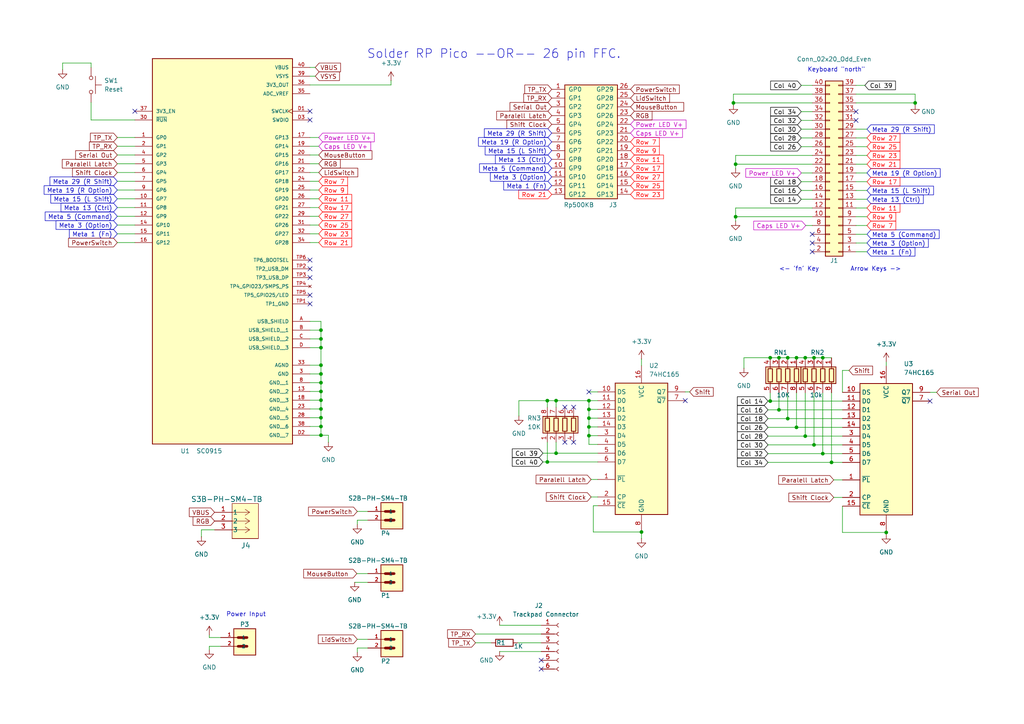
<source format=kicad_sch>
(kicad_sch (version 20231120) (generator "eeschema") (generator_version "8.0")
  (paper "A4")
  (lib_symbols
    (symbol "74xx:74HC165"
      (property "Reference" "U" (at -7.62 19.05 0))
      (property "Value" "74HC165" (at -7.62 -21.59 0))
      (symbol "74HC165_1_0"
        (pin input line (at -12.7 -10.16 0) (length 5.08) (name "~{PL}") (number "1"))
        (pin input line (at -12.7 15.24 0) (length 5.08) (name "DS") (number "10"))
        (pin input line (at -12.7 12.7 0) (length 5.08) (name "D0") (number "11"))
        (pin input line (at -12.7 10.16 0) (length 5.08) (name "D1") (number "12"))
        (pin input line (at -12.7 7.62 0) (length 5.08) (name "D2") (number "13"))
        (pin input line (at -12.7 5.08 0) (length 5.08) (name "D3") (number "14"))
        (pin input line (at -12.7 -17.78 0) (length 5.08) (name "~{CE}") (number "15"))
        (pin power_in line (at 0 22.86 270) (length 5.08) (name "VCC") (number "16"))
        (pin input line (at -12.7 -15.24 0) (length 5.08) (name "CP") (number "2"))
        (pin input line (at -12.7 2.54 0) (length 5.08) (name "D4") (number "3"))
        (pin input line (at -12.7 0 0) (length 5.08) (name "D5") (number "4"))
        (pin input line (at -12.7 -2.54 0) (length 5.08) (name "D6") (number "5"))
        (pin input line (at -12.7 -5.08 0) (length 5.08) (name "D7") (number "6"))
        (pin output line (at 12.7 12.7 180) (length 5.08) (name "~{Q7}") (number "7"))
        (pin power_in line (at 0 -25.4 90) (length 5.08) (name "GND") (number "8"))
        (pin output line (at 12.7 15.24 180) (length 5.08) (name "Q7") (number "9"))
      )
    )
    (symbol "Aaron:S2B-PH-SM4-TB" (pin_names (offset 1.016))
      (property "Reference" "P" (at -1.2718 3.8155 0))
      (property "Value" "S2B-PH-SM4-TB" (at -1.271 -5.0839 0))
      (symbol "S2B-PH-SM4-TB_0_0"
        (pin passive line (at -5.08 1.27 0) (length 5.08) (name "1") (number "1"))
        (pin passive line (at -5.08 -1.27 0) (length 5.08) (name "2") (number "2"))
      )
    )
    (symbol "Aaron:S3B-PH-SM4-TB" (pin_names (offset 0.254))
      (property "Reference" "J4" (at 7.62 -9.652 0))
      (property "Value" "S3B-PH-SM4-TB" (at -6.858 3.81 0))
      (symbol "S3B-PH-SM4-TB_1_1"
        (pin unspecified line (at 0 0 0) (length 5.08) (name "1") (number "1"))
        (pin unspecified line (at 0 -2.54 0) (length 5.08) (name "2") (number "2"))
        (pin unspecified line (at 0 -5.08 0) (length 5.08) (name "3") (number "3"))
      )
      (symbol "S3B-PH-SM4-TB_1_2"
        (pin unspecified line (at 0 0 0) (length 5.08) (name "1") (number "1"))
        (pin unspecified line (at 0 -2.54 0) (length 5.08) (name "2") (number "2"))
        (pin unspecified line (at 0 -5.08 0) (length 5.08) (name "3") (number "3"))
      )
    )
    (symbol "Connector:Conn_01x06_Socket" (pin_names (offset 1.016) hide)
      (property "Reference" "J" (at 0 7.62 0))
      (property "Value" "Conn_01x06_Socket" (at 0 -10.16 0))
      (symbol "Conn_01x06_Socket_1_1"
        (pin passive line (at -5.08 5.08 0) (length 3.81) (name "Pin_1") (number "1"))
        (pin passive line (at -5.08 2.54 0) (length 3.81) (name "Pin_2") (number "2"))
        (pin passive line (at -5.08 0 0) (length 3.81) (name "Pin_3") (number "3"))
        (pin passive line (at -5.08 -2.54 0) (length 3.81) (name "Pin_4") (number "4"))
        (pin passive line (at -5.08 -5.08 0) (length 3.81) (name "Pin_5") (number "5"))
        (pin passive line (at -5.08 -7.62 0) (length 3.81) (name "Pin_6") (number "6"))
      )
    )
    (symbol "Connector_Generic:Conn_02x13_Counter_Clockwise" (pin_names (offset 1.016))
      (property "Reference" "J3" (at 0.762 -18.542 0))
      (property "Value" "Rp500KB" (at 0.254 18.796 0))
      (symbol "Conn_02x13_Counter_Clockwise_1_1"
        (pin passive line (at -11.43 15.24 0) (length 3.81) (name "GP0") (number "1"))
        (pin passive line (at -11.43 -7.62 0) (length 3.81) (name "GP9") (number "10"))
        (pin passive line (at -11.43 -10.16 0) (length 3.81) (name "GP10") (number "11"))
        (pin passive line (at -11.43 -12.7 0) (length 3.81) (name "GP11") (number "12"))
        (pin passive line (at -11.43 -15.24 0) (length 3.81) (name "GP12") (number "13"))
        (pin passive line (at 11.43 -15.24 180) (length 3.81) (name "GP13") (number "14"))
        (pin passive line (at 11.43 -12.7 180) (length 3.81) (name "GP14") (number "15"))
        (pin passive line (at 11.43 -10.16 180) (length 3.81) (name "GP15") (number "16"))
        (pin passive line (at 11.43 -7.62 180) (length 3.81) (name "GP18") (number "17"))
        (pin passive line (at 11.43 -5.08 180) (length 3.81) (name "GP20") (number "18"))
        (pin passive line (at 11.43 -2.54 180) (length 3.81) (name "GP21") (number "19"))
        (pin passive line (at -11.43 12.7 0) (length 3.81) (name "GP1") (number "2"))
        (pin passive line (at 11.43 0 180) (length 3.81) (name "GP22") (number "20"))
        (pin passive line (at 11.43 2.54 180) (length 3.81) (name "GP23") (number "21"))
        (pin passive line (at 11.43 5.08 180) (length 3.81) (name "GP24") (number "22"))
        (pin passive line (at 11.43 7.62 180) (length 3.81) (name "GP26") (number "23"))
        (pin passive line (at 11.43 10.16 180) (length 3.81) (name "GP27") (number "24"))
        (pin passive line (at 11.43 12.7 180) (length 3.81) (name "GP28") (number "25"))
        (pin passive line (at 11.43 15.24 180) (length 3.81) (name "GP29") (number "26"))
        (pin passive line (at -11.43 10.16 0) (length 3.81) (name "GP2") (number "3"))
        (pin passive line (at -11.43 7.62 0) (length 3.81) (name "GP3") (number "4"))
        (pin passive line (at -11.43 5.08 0) (length 3.81) (name "GP4") (number "5"))
        (pin passive line (at -11.43 2.54 0) (length 3.81) (name "GP5") (number "6"))
        (pin passive line (at -11.43 0 0) (length 3.81) (name "GP6") (number "7"))
        (pin passive line (at -11.43 -2.54 0) (length 3.81) (name "GP7") (number "8"))
        (pin passive line (at -11.43 -5.08 0) (length 3.81) (name "GP8") (number "9"))
      )
    )
    (symbol "Connector_Generic:Conn_02x20_Odd_Even" (pin_names (offset 1.016) hide)
      (property "Reference" "J" (at 1.27 25.4 0))
      (property "Value" "Conn_02x20_Odd_Even" (at 1.27 -27.94 0))
      (symbol "Conn_02x20_Odd_Even_1_1"
        (pin passive line (at -5.08 22.86 0) (length 3.81) (name "Pin_1") (number "1"))
        (pin passive line (at 7.62 12.7 180) (length 3.81) (name "Pin_10") (number "10"))
        (pin passive line (at -5.08 10.16 0) (length 3.81) (name "Pin_11") (number "11"))
        (pin passive line (at 7.62 10.16 180) (length 3.81) (name "Pin_12") (number "12"))
        (pin passive line (at -5.08 7.62 0) (length 3.81) (name "Pin_13") (number "13"))
        (pin passive line (at 7.62 7.62 180) (length 3.81) (name "Pin_14") (number "14"))
        (pin passive line (at -5.08 5.08 0) (length 3.81) (name "Pin_15") (number "15"))
        (pin passive line (at 7.62 5.08 180) (length 3.81) (name "Pin_16") (number "16"))
        (pin passive line (at -5.08 2.54 0) (length 3.81) (name "Pin_17") (number "17"))
        (pin passive line (at 7.62 2.54 180) (length 3.81) (name "Pin_18") (number "18"))
        (pin passive line (at -5.08 0 0) (length 3.81) (name "Pin_19") (number "19"))
        (pin passive line (at 7.62 22.86 180) (length 3.81) (name "Pin_2") (number "2"))
        (pin passive line (at 7.62 0 180) (length 3.81) (name "Pin_20") (number "20"))
        (pin passive line (at -5.08 -2.54 0) (length 3.81) (name "Pin_21") (number "21"))
        (pin passive line (at 7.62 -2.54 180) (length 3.81) (name "Pin_22") (number "22"))
        (pin passive line (at -5.08 -5.08 0) (length 3.81) (name "Pin_23") (number "23"))
        (pin passive line (at 7.62 -5.08 180) (length 3.81) (name "Pin_24") (number "24"))
        (pin passive line (at -5.08 -7.62 0) (length 3.81) (name "Pin_25") (number "25"))
        (pin passive line (at 7.62 -7.62 180) (length 3.81) (name "Pin_26") (number "26"))
        (pin passive line (at -5.08 -10.16 0) (length 3.81) (name "Pin_27") (number "27"))
        (pin passive line (at 7.62 -10.16 180) (length 3.81) (name "Pin_28") (number "28"))
        (pin passive line (at -5.08 -12.7 0) (length 3.81) (name "Pin_29") (number "29"))
        (pin passive line (at -5.08 20.32 0) (length 3.81) (name "Pin_3") (number "3"))
        (pin passive line (at 7.62 -12.7 180) (length 3.81) (name "Pin_30") (number "30"))
        (pin passive line (at -5.08 -15.24 0) (length 3.81) (name "Pin_31") (number "31"))
        (pin passive line (at 7.62 -15.24 180) (length 3.81) (name "Pin_32") (number "32"))
        (pin passive line (at -5.08 -17.78 0) (length 3.81) (name "Pin_33") (number "33"))
        (pin passive line (at 7.62 -17.78 180) (length 3.81) (name "Pin_34") (number "34"))
        (pin passive line (at -5.08 -20.32 0) (length 3.81) (name "Pin_35") (number "35"))
        (pin passive line (at 7.62 -20.32 180) (length 3.81) (name "Pin_36") (number "36"))
        (pin passive line (at -5.08 -22.86 0) (length 3.81) (name "Pin_37") (number "37"))
        (pin passive line (at 7.62 -22.86 180) (length 3.81) (name "Pin_38") (number "38"))
        (pin passive line (at -5.08 -25.4 0) (length 3.81) (name "Pin_39") (number "39"))
        (pin passive line (at 7.62 20.32 180) (length 3.81) (name "Pin_4") (number "4"))
        (pin passive line (at 7.62 -25.4 180) (length 3.81) (name "Pin_40") (number "40"))
        (pin passive line (at -5.08 17.78 0) (length 3.81) (name "Pin_5") (number "5"))
        (pin passive line (at 7.62 17.78 180) (length 3.81) (name "Pin_6") (number "6"))
        (pin passive line (at -5.08 15.24 0) (length 3.81) (name "Pin_7") (number "7"))
        (pin passive line (at 7.62 15.24 180) (length 3.81) (name "Pin_8") (number "8"))
        (pin passive line (at -5.08 12.7 0) (length 3.81) (name "Pin_9") (number "9"))
      )
    )
    (symbol "Device:R" (pin_numbers hide) (pin_names (offset 0))
      (property "Reference" "R" (at 2.032 0 90))
      (property "Value" "R" (at 0 0 90))
      (symbol "R_1_1"
        (pin passive line (at 0 3.81 270) (length 1.27) (name "~") (number "1"))
        (pin passive line (at 0 -3.81 90) (length 1.27) (name "~") (number "2"))
      )
    )
    (symbol "Device:R_Pack04" (pin_names (offset 0) hide)
      (property "Reference" "RN" (at -7.62 0 90))
      (property "Value" "R_Pack04" (at 5.08 0 90))
      (symbol "R_Pack04_1_1"
        (pin passive line (at -5.08 -5.08 90) (length 2.54) (name "R1.1") (number "1"))
        (pin passive line (at -2.54 -5.08 90) (length 2.54) (name "R2.1") (number "2"))
        (pin passive line (at 0 -5.08 90) (length 2.54) (name "R3.1") (number "3"))
        (pin passive line (at 2.54 -5.08 90) (length 2.54) (name "R4.1") (number "4"))
        (pin passive line (at 2.54 5.08 270) (length 2.54) (name "R4.2") (number "5"))
        (pin passive line (at 0 5.08 270) (length 2.54) (name "R3.2") (number "6"))
        (pin passive line (at -2.54 5.08 270) (length 2.54) (name "R2.2") (number "7"))
        (pin passive line (at -5.08 5.08 270) (length 2.54) (name "R1.2") (number "8"))
      )
    )
    (symbol "SC0915:SC0915" (pin_names (offset 1.016))
      (property "Reference" "U" (at -20.32 44.069 0))
      (property "Value" "SC0915" (at -20.32 -71.12 0))
      (symbol "SC0915_0_0"
        (pin bidirectional line (at -25.4 20.32 0) (length 5.08) (name "GP0") (number "1"))
        (pin bidirectional line (at -25.4 2.54 0) (length 5.08) (name "GP7") (number "10"))
        (pin bidirectional line (at -25.4 0 0) (length 5.08) (name "GP8") (number "11"))
        (pin bidirectional line (at -25.4 -2.54 0) (length 5.08) (name "GP9") (number "12"))
        (pin power_in line (at 25.4 -53.34 180) (length 5.08) (name "GND__2") (number "13"))
        (pin bidirectional line (at -25.4 -5.08 0) (length 5.08) (name "GP10") (number "14"))
        (pin bidirectional line (at -25.4 -7.62 0) (length 5.08) (name "GP11") (number "15"))
        (pin bidirectional line (at -25.4 -10.16 0) (length 5.08) (name "GP12") (number "16"))
        (pin bidirectional line (at 25.4 20.32 180) (length 5.08) (name "GP13") (number "17"))
        (pin power_in line (at 25.4 -55.88 180) (length 5.08) (name "GND__3") (number "18"))
        (pin bidirectional line (at 25.4 17.78 180) (length 5.08) (name "GP14") (number "19"))
        (pin bidirectional line (at -25.4 17.78 0) (length 5.08) (name "GP1") (number "2"))
        (pin bidirectional line (at 25.4 15.24 180) (length 5.08) (name "GP15") (number "20"))
        (pin bidirectional line (at 25.4 12.7 180) (length 5.08) (name "GP16") (number "21"))
        (pin bidirectional line (at 25.4 10.16 180) (length 5.08) (name "GP17") (number "22"))
        (pin power_in line (at 25.4 -58.42 180) (length 5.08) (name "GND__4") (number "23"))
        (pin bidirectional line (at 25.4 7.62 180) (length 5.08) (name "GP18") (number "24"))
        (pin bidirectional line (at 25.4 5.08 180) (length 5.08) (name "GP19") (number "25"))
        (pin bidirectional line (at 25.4 2.54 180) (length 5.08) (name "GP20") (number "26"))
        (pin bidirectional line (at 25.4 0 180) (length 5.08) (name "GP21") (number "27"))
        (pin power_in line (at 25.4 -60.96 180) (length 5.08) (name "GND__5") (number "28"))
        (pin bidirectional line (at 25.4 -2.54 180) (length 5.08) (name "GP22") (number "29"))
        (pin power_in line (at 25.4 -48.26 180) (length 5.08) (name "GND") (number "3"))
        (pin input line (at -25.4 25.4 0) (length 5.08) (name "~{RUN}") (number "30"))
        (pin bidirectional line (at 25.4 -5.08 180) (length 5.08) (name "GP26") (number "31"))
        (pin bidirectional line (at 25.4 -7.62 180) (length 5.08) (name "GP27") (number "32"))
        (pin power_in line (at 25.4 -45.72 180) (length 5.08) (name "AGND") (number "33"))
        (pin bidirectional line (at 25.4 -10.16 180) (length 5.08) (name "GP28") (number "34"))
        (pin power_in line (at 25.4 33.02 180) (length 5.08) (name "ADC_VREF") (number "35"))
        (pin power_in line (at 25.4 35.56 180) (length 5.08) (name "3V3_OUT") (number "36"))
        (pin input line (at -25.4 27.94 0) (length 5.08) (name "3V3_EN") (number "37"))
        (pin power_in line (at 25.4 -63.5 180) (length 5.08) (name "GND__6") (number "38"))
        (pin power_in line (at 25.4 38.1 180) (length 5.08) (name "VSYS") (number "39"))
        (pin bidirectional line (at -25.4 15.24 0) (length 5.08) (name "GP2") (number "4"))
        (pin power_in line (at 25.4 40.64 180) (length 5.08) (name "VBUS") (number "40"))
        (pin bidirectional line (at -25.4 12.7 0) (length 5.08) (name "GP3") (number "5"))
        (pin bidirectional line (at -25.4 10.16 0) (length 5.08) (name "GP4") (number "6"))
        (pin bidirectional line (at -25.4 7.62 0) (length 5.08) (name "GP5") (number "7"))
        (pin power_in line (at 25.4 -50.8 180) (length 5.08) (name "GND__1") (number "8"))
        (pin bidirectional line (at -25.4 5.08 0) (length 5.08) (name "GP6") (number "9"))
        (pin power_in line (at 25.4 -33.02 180) (length 5.08) (name "USB_SHIELD") (number "A"))
        (pin power_in line (at 25.4 -35.56 180) (length 5.08) (name "USB_SHIELD__1") (number "B"))
        (pin power_in line (at 25.4 -38.1 180) (length 5.08) (name "USB_SHIELD__2") (number "C"))
        (pin power_in line (at 25.4 -40.64 180) (length 5.08) (name "USB_SHIELD__3") (number "D"))
        (pin input clock (at 25.4 27.94 180) (length 5.08) (name "SWCLK") (number "D1"))
        (pin power_in line (at 25.4 -66.04 180) (length 5.08) (name "GND__7") (number "D2"))
        (pin bidirectional line (at 25.4 25.4 180) (length 5.08) (name "SWDIO") (number "D3"))
        (pin power_in line (at 25.4 -27.94 180) (length 5.08) (name "TP1_GND") (number "TP1"))
        (pin bidirectional line (at 25.4 -17.78 180) (length 5.08) (name "TP2_USB_DM") (number "TP2"))
        (pin bidirectional line (at 25.4 -20.32 180) (length 5.08) (name "TP3_USB_DP") (number "TP3"))
        (pin no_connect line (at 25.4 -22.86 180) (length 5.08) (name "TP4_GPIO23/SMPS_PS") (number "TP4"))
        (pin output line (at 25.4 -25.4 180) (length 5.08) (name "TP5_GPIO25/LED") (number "TP5"))
        (pin input line (at 25.4 -15.24 180) (length 5.08) (name "TP6_BOOTSEL") (number "TP6"))
      )
    )
    (symbol "Switch:SW_Push" (pin_numbers hide) (pin_names (offset 1.016) hide)
      (property "Reference" "SW" (at 1.27 2.54 0))
      (property "Value" "SW_Push" (at 0 -1.524 0))
      (symbol "SW_Push_0_1"
        (pin passive line (at -5.08 0 0) (length 2.54) (name "1") (number "1"))
        (pin passive line (at 5.08 0 180) (length 2.54) (name "2") (number "2"))
      )
    )
    (symbol "power:+3.3V" (power) (pin_numbers hide) (pin_names (offset 0) hide)
      (property "Value" "+3.3V" (at 0 3.556 0))
      (symbol "+3.3V_1_1"
        (pin power_in line (at 0 0 90) (length 0) (name "~") (number "1"))
      )
    )
    (symbol "power:GND" (power) (pin_numbers hide) (pin_names (offset 0) hide)
      (property "Value" "GND" (at 0 -3.81 0))
      (symbol "GND_1_1"
        (pin power_in line (at 0 0 270) (length 0) (name "~") (number "1"))
      )
    )
  )
  (junction (at 231.013 123.952))
  (junction (at 236.093 129.032))
  (junction (at 241.173 134.112))
  (junction (at 170.815 123.825))
  (junction (at 170.815 118.745))
  (junction (at 93.091 95.758))
  (junction (at 93.091 123.698))
  (junction (at 238.633 103.759))
  (junction (at 233.553 126.492))
  (junction (at 186.055 154.305))
  (junction (at 223.393 116.332))
  (junction (at 170.815 121.285))
  (junction (at 93.091 100.838))
  (junction (at 93.091 108.458))
  (junction (at 93.091 126.238))
  (junction (at 212.725 29.845))
  (junction (at 93.091 118.618))
  (junction (at 170.815 116.205))
  (junction (at 236.093 103.759))
  (junction (at 228.473 103.759))
  (junction (at 161.29 116.205))
  (junction (at 238.633 131.572))
  (junction (at 225.933 118.872))
  (junction (at 93.091 113.538))
  (junction (at 161.29 131.445))
  (junction (at 93.091 121.158))
  (junction (at 93.091 98.298))
  (junction (at 233.553 103.759))
  (junction (at 231.013 103.759))
  (junction (at 93.091 105.918))
  (junction (at 257.048 154.432))
  (junction (at 228.473 121.412))
  (junction (at 213.36 47.625))
  (junction (at 93.091 116.078))
  (junction (at 265.43 29.845))
  (junction (at 93.091 110.998))
  (junction (at 170.815 126.365))
  (junction (at 225.933 103.759))
  (junction (at 213.36 62.865))
  (junction (at 158.75 116.205))
  (junction (at 223.393 103.759))
  (junction (at 158.75 133.985))
  (no_connect (at 89.916 75.438))
  (no_connect (at 269.748 116.332))
  (no_connect (at 156.972 191.516))
  (no_connect (at 89.916 34.798))
  (no_connect (at 166.37 118.11))
  (no_connect (at 89.916 32.258))
  (no_connect (at 235.585 73.025))
  (no_connect (at 248.285 34.925))
  (no_connect (at 235.585 70.485))
  (no_connect (at 89.916 77.978))
  (no_connect (at 89.916 80.518))
  (no_connect (at 198.755 116.205))
  (no_connect (at 89.916 88.138))
  (no_connect (at 163.83 118.11))
  (no_connect (at 248.285 32.385))
  (no_connect (at 89.916 85.598))
  (no_connect (at 166.37 128.27))
  (no_connect (at 163.83 128.27))
  (no_connect (at 170.815 113.665))
  (no_connect (at 235.585 67.945))
  (no_connect (at 156.972 194.056))
  (no_connect (at 322.326 202.946))
  (no_connect (at 39.116 32.258))
  (wire (pts (xy 170.815 128.905) (xy 173.355 128.905)))
  (wire (pts (xy 269.748 113.792) (xy 271.653 113.792)))
  (wire (pts (xy 89.916 57.658) (xy 92.456 57.658)))
  (wire (pts (xy 244.348 113.792) (xy 244.348 107.442)))
  (wire (pts (xy 228.473 113.919) (xy 228.473 121.412)))
  (wire (pts (xy 170.815 123.825) (xy 173.355 123.825)))
  (wire (pts (xy 257.048 104.902) (xy 257.048 106.172)))
  (wire (pts (xy 89.916 98.298) (xy 93.091 98.298)))
  (wire (pts (xy 89.916 118.618) (xy 93.091 118.618)))
  (wire (pts (xy 89.916 19.558) (xy 91.44 19.558)))
  (wire (pts (xy 34.036 62.738) (xy 39.116 62.738)))
  (wire (pts (xy 89.916 123.698) (xy 93.091 123.698)))
  (wire (pts (xy 34.036 52.578) (xy 39.116 52.578)))
  (wire (pts (xy 171.45 139.065) (xy 173.355 139.065)))
  (wire (pts (xy 186.055 104.14) (xy 186.055 106.045)))
  (wire (pts (xy 228.473 121.412) (xy 244.348 121.412)))
  (wire (pts (xy 93.091 123.698) (xy 93.091 126.238)))
  (wire (pts (xy 233.553 103.759) (xy 236.093 103.759)))
  (wire (pts (xy 213.36 47.625) (xy 213.36 48.895)))
  (wire (pts (xy 238.633 113.919) (xy 238.633 131.572)))
  (wire (pts (xy 34.036 42.418) (xy 39.116 42.418)))
  (wire (pts (xy 248.285 67.945) (xy 251.46 67.945)))
  (wire (pts (xy 89.916 22.098) (xy 91.44 22.098)))
  (wire (pts (xy 144.907 181.356) (xy 156.972 181.356)))
  (wire (pts (xy 251.46 40.005) (xy 248.285 40.005)))
  (wire (pts (xy 34.036 55.118) (xy 39.116 55.118)))
  (wire (pts (xy 89.916 42.418) (xy 92.456 42.418)))
  (wire (pts (xy 213.36 60.325) (xy 235.585 60.325)))
  (wire (pts (xy 161.29 131.445) (xy 173.355 131.445)))
  (wire (pts (xy 170.815 126.365) (xy 173.355 126.365)))
  (wire (pts (xy 93.091 110.998) (xy 93.091 113.538)))
  (wire (pts (xy 89.916 47.498) (xy 92.456 47.498)))
  (wire (pts (xy 142.494 186.436) (xy 137.922 186.436)))
  (wire (pts (xy 223.393 116.332) (xy 244.348 116.332)))
  (wire (pts (xy 93.091 105.918) (xy 93.091 108.458)))
  (wire (pts (xy 213.36 45.085) (xy 213.36 47.625)))
  (wire (pts (xy 89.916 65.278) (xy 92.456 65.278)))
  (wire (pts (xy 186.055 154.305) (xy 186.055 156.21)))
  (wire (pts (xy 212.725 29.845) (xy 212.725 30.48)))
  (wire (pts (xy 222.758 131.572) (xy 238.633 131.572)))
  (wire (pts (xy 171.45 144.145) (xy 173.355 144.145)))
  (wire (pts (xy 236.093 129.032) (xy 244.348 129.032)))
  (wire (pts (xy 93.091 93.218) (xy 93.091 95.758)))
  (wire (pts (xy 198.755 113.665) (xy 200.025 113.665)))
  (wire (pts (xy 241.808 139.192) (xy 244.348 139.192)))
  (wire (pts (xy 233.553 126.492) (xy 244.348 126.492)))
  (wire (pts (xy 244.348 107.442) (xy 246.253 107.442)))
  (wire (pts (xy 236.093 103.759) (xy 238.633 103.759)))
  (wire (pts (xy 235.585 57.785) (xy 232.41 57.785)))
  (wire (pts (xy 170.815 121.285) (xy 173.355 121.285)))
  (wire (pts (xy 241.173 134.112) (xy 244.348 134.112)))
  (wire (pts (xy 89.916 50.038) (xy 92.456 50.038)))
  (wire (pts (xy 89.916 105.918) (xy 93.091 105.918)))
  (wire (pts (xy 222.758 116.332) (xy 223.393 116.332)))
  (wire (pts (xy 103.632 148.336) (xy 106.68 148.336)))
  (wire (pts (xy 106.68 150.876) (xy 103.632 150.876)))
  (wire (pts (xy 231.013 123.952) (xy 244.348 123.952)))
  (wire (pts (xy 225.933 113.919) (xy 225.933 118.872)))
  (wire (pts (xy 212.725 27.305) (xy 212.725 29.845)))
  (wire (pts (xy 144.907 188.976) (xy 156.972 188.976)))
  (wire (pts (xy 89.916 93.218) (xy 93.091 93.218)))
  (wire (pts (xy 170.815 123.825) (xy 170.815 121.285)))
  (wire (pts (xy 212.725 29.845) (xy 235.585 29.845)))
  (wire (pts (xy 34.036 57.658) (xy 39.116 57.658)))
  (wire (pts (xy 251.46 47.625) (xy 248.285 47.625)))
  (wire (pts (xy 34.036 60.198) (xy 39.116 60.198)))
  (wire (pts (xy 95.25 126.238) (xy 93.091 126.238)))
  (wire (pts (xy 89.916 70.358) (xy 92.456 70.358)))
  (wire (pts (xy 89.916 39.878) (xy 92.456 39.878)))
  (wire (pts (xy 222.758 126.492) (xy 233.553 126.492)))
  (wire (pts (xy 223.393 113.919) (xy 223.393 116.332)))
  (wire (pts (xy 251.46 57.785) (xy 248.285 57.785)))
  (wire (pts (xy 215.773 103.759) (xy 223.393 103.759)))
  (wire (pts (xy 89.916 108.458) (xy 93.091 108.458)))
  (wire (pts (xy 235.585 27.305) (xy 212.725 27.305)))
  (wire (pts (xy 64.008 184.912) (xy 60.706 184.912)))
  (wire (pts (xy 251.46 42.545) (xy 248.285 42.545)))
  (wire (pts (xy 235.585 32.385) (xy 232.41 32.385)))
  (wire (pts (xy 93.091 108.458) (xy 93.091 110.998)))
  (wire (pts (xy 238.633 103.759) (xy 241.173 103.759)))
  (wire (pts (xy 265.43 27.305) (xy 265.43 29.845)))
  (wire (pts (xy 173.355 146.685) (xy 172.085 146.685)))
  (wire (pts (xy 235.585 47.625) (xy 213.36 47.625)))
  (wire (pts (xy 248.285 29.845) (xy 265.43 29.845)))
  (wire (pts (xy 103.505 166.37) (xy 106.68 166.37)))
  (wire (pts (xy 170.815 128.905) (xy 170.815 126.365)))
  (wire (pts (xy 222.758 121.412) (xy 228.473 121.412)))
  (wire (pts (xy 223.393 103.759) (xy 225.933 103.759)))
  (wire (pts (xy 161.29 116.205) (xy 170.815 116.205)))
  (wire (pts (xy 34.036 39.878) (xy 39.116 39.878)))
  (wire (pts (xy 225.933 118.872) (xy 244.348 118.872)))
  (wire (pts (xy 89.916 126.238) (xy 93.091 126.238)))
  (wire (pts (xy 26.416 18.288) (xy 18.161 18.288)))
  (wire (pts (xy 235.585 45.085) (xy 213.36 45.085)))
  (wire (pts (xy 89.916 55.118) (xy 92.456 55.118)))
  (wire (pts (xy 103.632 150.876) (xy 103.632 152.146)))
  (wire (pts (xy 161.29 116.205) (xy 161.29 118.11)))
  (wire (pts (xy 170.815 118.745) (xy 170.815 116.205)))
  (wire (pts (xy 170.815 121.285) (xy 170.815 118.745)))
  (wire (pts (xy 150.114 186.436) (xy 156.972 186.436)))
  (wire (pts (xy 257.048 155.067) (xy 257.048 154.432)))
  (wire (pts (xy 222.758 134.112) (xy 241.173 134.112)))
  (wire (pts (xy 244.348 154.432) (xy 244.348 146.812)))
  (wire (pts (xy 265.43 29.845) (xy 265.43 30.48)))
  (wire (pts (xy 235.585 52.705) (xy 232.41 52.705)))
  (wire (pts (xy 62.23 153.67) (xy 58.42 153.67)))
  (wire (pts (xy 150.495 120.65) (xy 150.495 116.205)))
  (wire (pts (xy 89.916 44.958) (xy 92.456 44.958)))
  (wire (pts (xy 158.75 133.985) (xy 173.355 133.985)))
  (wire (pts (xy 26.416 18.288) (xy 26.416 19.558)))
  (wire (pts (xy 93.091 95.758) (xy 93.091 98.298)))
  (wire (pts (xy 106.68 187.96) (xy 103.632 187.96)))
  (wire (pts (xy 93.091 121.158) (xy 93.091 123.698)))
  (wire (pts (xy 241.173 113.919) (xy 241.173 134.112)))
  (wire (pts (xy 228.473 103.759) (xy 231.013 103.759)))
  (wire (pts (xy 172.085 146.685) (xy 172.085 154.305)))
  (wire (pts (xy 213.36 62.865) (xy 213.36 64.135)))
  (wire (pts (xy 248.285 73.025) (xy 251.46 73.025)))
  (wire (pts (xy 170.815 116.205) (xy 173.355 116.205)))
  (wire (pts (xy 222.758 129.032) (xy 236.093 129.032)))
  (wire (pts (xy 251.46 55.245) (xy 248.285 55.245)))
  (wire (pts (xy 60.706 187.452) (xy 60.706 188.468)))
  (wire (pts (xy 161.29 128.27) (xy 161.29 131.445)))
  (wire (pts (xy 26.416 34.798) (xy 39.116 34.798)))
  (wire (pts (xy 89.916 110.998) (xy 93.091 110.998)))
  (wire (pts (xy 102.87 168.91) (xy 106.68 168.91)))
  (wire (pts (xy 235.585 50.165) (xy 232.41 50.165)))
  (wire (pts (xy 248.285 70.485) (xy 251.46 70.485)))
  (wire (pts (xy 34.036 44.958) (xy 39.116 44.958)))
  (wire (pts (xy 89.916 62.738) (xy 92.456 62.738)))
  (wire (pts (xy 89.916 100.838) (xy 93.091 100.838)))
  (wire (pts (xy 231.013 103.759) (xy 233.553 103.759)))
  (wire (pts (xy 93.091 98.298) (xy 93.091 100.838)))
  (wire (pts (xy 235.585 24.765) (xy 232.41 24.765)))
  (wire (pts (xy 236.093 113.919) (xy 236.093 129.032)))
  (wire (pts (xy 248.285 24.765) (xy 250.825 24.765)))
  (wire (pts (xy 170.815 113.665) (xy 173.355 113.665)))
  (wire (pts (xy 26.416 34.798) (xy 26.416 29.718)))
  (wire (pts (xy 251.46 45.085) (xy 248.285 45.085)))
  (wire (pts (xy 238.633 131.572) (xy 244.348 131.572)))
  (wire (pts (xy 172.085 154.305) (xy 186.055 154.305)))
  (wire (pts (xy 93.091 113.538) (xy 93.091 116.078)))
  (wire (pts (xy 248.285 37.465) (xy 251.46 37.465)))
  (wire (pts (xy 248.285 52.705) (xy 251.46 52.705)))
  (wire (pts (xy 248.285 27.305) (xy 265.43 27.305)))
  (wire (pts (xy 233.68 65.405) (xy 235.585 65.405)))
  (wire (pts (xy 157.48 131.445) (xy 161.29 131.445)))
  (wire (pts (xy 34.036 47.498) (xy 39.116 47.498)))
  (wire (pts (xy 137.922 183.896) (xy 156.972 183.896)))
  (wire (pts (xy 89.916 113.538) (xy 93.091 113.538)))
  (wire (pts (xy 103.632 185.42) (xy 106.68 185.42)))
  (wire (pts (xy 170.815 118.745) (xy 173.355 118.745)))
  (wire (pts (xy 93.091 100.838) (xy 93.091 105.918)))
  (wire (pts (xy 89.916 60.198) (xy 92.456 60.198)))
  (wire (pts (xy 251.46 65.405) (xy 248.285 65.405)))
  (wire (pts (xy 235.585 55.245) (xy 232.41 55.245)))
  (wire (pts (xy 232.41 34.925) (xy 235.585 34.925)))
  (wire (pts (xy 233.553 113.919) (xy 233.553 126.492)))
  (wire (pts (xy 34.036 67.818) (xy 39.116 67.818)))
  (wire (pts (xy 150.495 116.205) (xy 158.75 116.205)))
  (wire (pts (xy 95.25 126.238) (xy 95.25 128.27)))
  (wire (pts (xy 89.916 24.638) (xy 113.411 24.638)))
  (wire (pts (xy 248.285 50.165) (xy 251.46 50.165)))
  (wire (pts (xy 60.706 184.912) (xy 60.706 184.15)))
  (wire (pts (xy 89.916 52.578) (xy 92.456 52.578)))
  (wire (pts (xy 257.048 154.432) (xy 244.348 154.432)))
  (wire (pts (xy 93.091 118.618) (xy 93.091 121.158)))
  (wire (pts (xy 103.632 187.96) (xy 103.632 189.23)))
  (wire (pts (xy 235.585 40.005) (xy 232.41 40.005)))
  (wire (pts (xy 222.758 123.952) (xy 231.013 123.952)))
  (wire (pts (xy 18.161 18.288) (xy 18.161 20.193)))
  (wire (pts (xy 158.75 128.27) (xy 158.75 133.985)))
  (wire (pts (xy 158.75 116.205) (xy 161.29 116.205)))
  (wire (pts (xy 235.585 62.865) (xy 213.36 62.865)))
  (wire (pts (xy 89.916 121.158) (xy 93.091 121.158)))
  (wire (pts (xy 235.585 37.465) (xy 232.41 37.465)))
  (wire (pts (xy 215.773 103.759) (xy 215.773 106.807)))
  (wire (pts (xy 58.42 153.67) (xy 58.42 155.702)))
  (wire (pts (xy 113.411 23.368) (xy 113.411 24.638)))
  (wire (pts (xy 222.758 118.872) (xy 225.933 118.872)))
  (wire (pts (xy 241.808 144.272) (xy 244.348 144.272)))
  (wire (pts (xy 213.36 60.325) (xy 213.36 62.865)))
  (wire (pts (xy 64.008 187.452) (xy 60.706 187.452)))
  (wire (pts (xy 251.46 62.865) (xy 248.285 62.865)))
  (wire (pts (xy 34.036 70.358) (xy 39.116 70.358)))
  (wire (pts (xy 89.916 116.078) (xy 93.091 116.078)))
  (wire (pts (xy 231.013 113.919) (xy 231.013 123.952)))
  (wire (pts (xy 170.815 126.365) (xy 170.815 123.825)))
  (wire (pts (xy 157.48 133.985) (xy 158.75 133.985)))
  (wire (pts (xy 34.036 50.038) (xy 39.116 50.038)))
  (wire (pts (xy 34.036 65.278) (xy 39.116 65.278)))
  (wire (pts (xy 158.75 116.205) (xy 158.75 118.11)))
  (wire (pts (xy 93.091 116.078) (xy 93.091 118.618)))
  (wire (pts (xy 225.933 103.759) (xy 228.473 103.759)))
  (wire (pts (xy 235.585 42.545) (xy 232.41 42.545)))
  (wire (pts (xy 89.916 95.758) (xy 93.091 95.758)))
  (wire (pts (xy 251.46 60.325) (xy 248.285 60.325)))
  (wire (pts (xy 89.916 67.818) (xy 92.456 67.818)))
  (text "Keyboard \"north\"" (at 242.57 20.32 0) (effects (font (size 1.27 1.27))))
  (text "Power Input" (at 71.374 178.308 0) (effects (font (size 1.27 1.27))))
  (text "<- 'fn' Key" (at 231.775 78.105 0) (effects (font (size 1.27 1.27))))
  (text "Arrow Keys ->" (at 254 78.105 0) (effects (font (size 1.27 1.27))))
  (text "Solder RP Pico --OR-- 26 pin FFC." (at 143.256 15.748 0) (effects (font (size 2.54 2.54))))
  (global_label "Col 26" (shape input) (at 222.758 123.952 180) (property "Intersheetrefs" "${INTERSHEET_REFS}" (effects (hide yes))))
  (global_label "RGB" (shape input) (at 92.456 47.498 0) (property "Intersheetrefs" "${INTERSHEET_REFS}" (effects (hide yes))))
  (global_label "PowerSwitch" (shape input) (at 182.88 25.908 0) (property "Intersheetrefs" "${INTERSHEET_REFS}" (effects (hide yes))))
  (global_label "TP_TX" (shape input) (at 34.036 39.878 180) (property "Intersheetrefs" "${INTERSHEET_REFS}" (effects (hide yes))))
  (global_label "Row 9" (shape input) (at 92.456 55.118 0) (property "Intersheetrefs" "${INTERSHEET_REFS}" (effects (hide yes))))
  (global_label "Meta 1 (Fn)" (shape input) (at 251.46 73.025 0) (property "Intersheetrefs" "${INTERSHEET_REFS}" (effects (hide yes))))
  (global_label "Row 21" (shape input) (at 160.02 56.388 180) (property "Intersheetrefs" "${INTERSHEET_REFS}" (effects (hide yes))))
  (global_label "Col 14" (shape input) (at 232.41 57.785 180) (property "Intersheetrefs" "${INTERSHEET_REFS}" (effects (hide yes))))
  (global_label "Serial Out" (shape input) (at 271.653 113.792 0) (property "Intersheetrefs" "${INTERSHEET_REFS}" (effects (hide yes))))
  (global_label "Row 23" (shape input) (at 251.46 45.085 0) (property "Intersheetrefs" "${INTERSHEET_REFS}" (effects (hide yes))))
  (global_label "Row 23" (shape input) (at 92.456 67.818 0) (property "Intersheetrefs" "${INTERSHEET_REFS}" (effects (hide yes))))
  (global_label "Row 27" (shape input) (at 182.88 51.308 0) (property "Intersheetrefs" "${INTERSHEET_REFS}" (effects (hide yes))))
  (global_label "Col 28" (shape input) (at 232.41 40.005 180) (property "Intersheetrefs" "${INTERSHEET_REFS}" (effects (hide yes))))
  (global_label "Col 26" (shape input) (at 232.41 42.545 180) (property "Intersheetrefs" "${INTERSHEET_REFS}" (effects (hide yes))))
  (global_label "Row 27" (shape input) (at 251.46 40.005 0) (property "Intersheetrefs" "${INTERSHEET_REFS}" (effects (hide yes))))
  (global_label "LidSwitch" (shape input) (at 182.88 28.448 0) (property "Intersheetrefs" "${INTERSHEET_REFS}" (effects (hide yes))))
  (global_label "Shift Clock" (shape input) (at 34.036 50.038 180) (property "Intersheetrefs" "${INTERSHEET_REFS}" (effects (hide yes))))
  (global_label "VSYS" (shape input) (at 91.44 22.098 0) (property "Intersheetrefs" "${INTERSHEET_REFS}" (effects (hide yes))))
  (global_label "LidSwitch" (shape input) (at 103.632 185.42 180) (property "Intersheetrefs" "${INTERSHEET_REFS}" (effects (hide yes))))
  (global_label "Row 17" (shape input) (at 251.46 52.705 0) (property "Intersheetrefs" "${INTERSHEET_REFS}" (effects (hide yes))))
  (global_label "TP_RX" (shape input) (at 137.922 183.896 180) (property "Intersheetrefs" "${INTERSHEET_REFS}" (effects (hide yes))))
  (global_label "Shift" (shape input) (at 200.025 113.665 0) (property "Intersheetrefs" "${INTERSHEET_REFS}" (effects (hide yes))))
  (global_label "RGB" (shape input) (at 62.23 151.13 180) (property "Intersheetrefs" "${INTERSHEET_REFS}" (effects (hide yes))))
  (global_label "Row 21" (shape input) (at 92.456 70.358 0) (property "Intersheetrefs" "${INTERSHEET_REFS}" (effects (hide yes))))
  (global_label "TP_RX" (shape input) (at 160.02 28.448 180) (property "Intersheetrefs" "${INTERSHEET_REFS}" (effects (hide yes))))
  (global_label "Col 40" (shape input) (at 157.48 133.985 180) (property "Intersheetrefs" "${INTERSHEET_REFS}" (effects (hide yes))))
  (global_label "Meta 29 (R Shift)" (shape input) (at 251.46 37.465 0) (property "Intersheetrefs" "${INTERSHEET_REFS}" (effects (hide yes))))
  (global_label "Meta 19 (R Option)" (shape input) (at 34.036 55.118 180) (property "Intersheetrefs" "${INTERSHEET_REFS}" (effects (hide yes))))
  (global_label "Row 9" (shape input) (at 182.88 43.688 0) (property "Intersheetrefs" "${INTERSHEET_REFS}" (effects (hide yes))))
  (global_label "Row 25" (shape input) (at 251.46 42.545 0) (property "Intersheetrefs" "${INTERSHEET_REFS}" (effects (hide yes))))
  (global_label "Col 18" (shape input) (at 222.758 121.412 180) (property "Intersheetrefs" "${INTERSHEET_REFS}" (effects (hide yes))))
  (global_label "PowerSwitch" (shape input) (at 103.632 148.336 180) (property "Intersheetrefs" "${INTERSHEET_REFS}" (effects (hide yes))))
  (global_label "Shift Clock" (shape input) (at 171.45 144.145 180) (property "Intersheetrefs" "${INTERSHEET_REFS}" (effects (hide yes))))
  (global_label "Row 11" (shape input) (at 92.456 57.658 0) (property "Intersheetrefs" "${INTERSHEET_REFS}" (effects (hide yes))))
  (global_label "TP_TX" (shape input) (at 137.922 186.436 180) (property "Intersheetrefs" "${INTERSHEET_REFS}" (effects (hide yes))))
  (global_label "Row 7" (shape input) (at 251.46 65.405 0) (property "Intersheetrefs" "${INTERSHEET_REFS}" (effects (hide yes))))
  (global_label "Meta 13 (Ctrl)" (shape input) (at 251.46 57.785 0) (property "Intersheetrefs" "${INTERSHEET_REFS}" (effects (hide yes))))
  (global_label "Serial Out" (shape input) (at 34.036 44.958 180) (property "Intersheetrefs" "${INTERSHEET_REFS}" (effects (hide yes))))
  (global_label "Col 16" (shape input) (at 222.758 118.872 180) (property "Intersheetrefs" "${INTERSHEET_REFS}" (effects (hide yes))))
  (global_label "Col 14" (shape input) (at 222.758 116.332 180) (property "Intersheetrefs" "${INTERSHEET_REFS}" (effects (hide yes))))
  (global_label "Meta 5 (Command)" (shape input) (at 160.02 48.768 180) (property "Intersheetrefs" "${INTERSHEET_REFS}" (effects (hide yes))))
  (global_label "VBUS" (shape input) (at 62.23 148.59 180) (property "Intersheetrefs" "${INTERSHEET_REFS}" (effects (hide yes))))
  (global_label "Col 34" (shape input) (at 232.41 32.385 180) (property "Intersheetrefs" "${INTERSHEET_REFS}" (effects (hide yes))))
  (global_label "Meta 5 (Command)" (shape input) (at 34.036 62.738 180) (property "Intersheetrefs" "${INTERSHEET_REFS}" (effects (hide yes))))
  (global_label "VBUS" (shape input) (at 91.44 19.558 0) (property "Intersheetrefs" "${INTERSHEET_REFS}" (effects (hide yes))))
  (global_label "Caps LED V+" (shape input) (at 182.88 38.608 0) (property "Intersheetrefs" "${INTERSHEET_REFS}" (effects (hide yes))))
  (global_label "Row 9" (shape input) (at 251.46 62.865 0) (property "Intersheetrefs" "${INTERSHEET_REFS}" (effects (hide yes))))
  (global_label "Meta 3 (Option)" (shape input) (at 251.46 70.485 0) (property "Intersheetrefs" "${INTERSHEET_REFS}" (effects (hide yes))))
  (global_label "Shift Clock" (shape input) (at 241.808 144.272 180) (property "Intersheetrefs" "${INTERSHEET_REFS}" (effects (hide yes))))
  (global_label "MouseButton " (shape input) (at 103.505 166.37 180) (property "Intersheetrefs" "${INTERSHEET_REFS}" (effects (hide yes))))
  (global_label "LidSwitch" (shape input) (at 92.456 50.038 0) (property "Intersheetrefs" "${INTERSHEET_REFS}" (effects (hide yes))))
  (global_label "Power LED V+" (shape input) (at 92.456 39.878 0) (property "Intersheetrefs" "${INTERSHEET_REFS}" (effects (hide yes))))
  (global_label "Row 11" (shape input) (at 251.46 60.325 0) (property "Intersheetrefs" "${INTERSHEET_REFS}" (effects (hide yes))))
  (global_label "Col 32" (shape input) (at 232.41 34.925 180) (property "Intersheetrefs" "${INTERSHEET_REFS}" (effects (hide yes))))
  (global_label "Paralell Latch" (shape input) (at 171.45 139.065 180) (property "Intersheetrefs" "${INTERSHEET_REFS}" (effects (hide yes))))
  (global_label "TP_RX" (shape input) (at 34.036 42.418 180) (property "Intersheetrefs" "${INTERSHEET_REFS}" (effects (hide yes))))
  (global_label "Meta 5 (Command)" (shape input) (at 251.46 67.945 0) (property "Intersheetrefs" "${INTERSHEET_REFS}" (effects (hide yes))))
  (global_label "Meta 3 (Option)" (shape input) (at 34.036 65.278 180) (property "Intersheetrefs" "${INTERSHEET_REFS}" (effects (hide yes))))
  (global_label "Col 39" (shape input) (at 250.825 24.765 0) (property "Intersheetrefs" "${INTERSHEET_REFS}" (effects (hide yes))))
  (global_label "RGB" (shape input) (at 182.88 33.528 0) (property "Intersheetrefs" "${INTERSHEET_REFS}" (effects (hide yes))))
  (global_label "Meta 1 (Fn)" (shape input) (at 160.02 53.848 180) (property "Intersheetrefs" "${INTERSHEET_REFS}" (effects (hide yes))))
  (global_label "Shift" (shape input) (at 246.253 107.442 0) (property "Intersheetrefs" "${INTERSHEET_REFS}" (effects (hide yes))))
  (global_label "Meta 19 (R Option)" (shape input) (at 160.02 41.148 180) (property "Intersheetrefs" "${INTERSHEET_REFS}" (effects (hide yes))))
  (global_label "PowerSwitch" (shape input) (at 34.036 70.358 180) (property "Intersheetrefs" "${INTERSHEET_REFS}" (effects (hide yes))))
  (global_label "Paralell Latch" (shape input) (at 241.808 139.192 180) (property "Intersheetrefs" "${INTERSHEET_REFS}" (effects (hide yes))))
  (global_label "Caps LED V+" (shape input) (at 92.456 42.418 0) (property "Intersheetrefs" "${INTERSHEET_REFS}" (effects (hide yes))))
  (global_label "Col 16" (shape input) (at 232.41 55.245 180) (property "Intersheetrefs" "${INTERSHEET_REFS}" (effects (hide yes))))
  (global_label "Col 28" (shape input) (at 222.758 126.492 180) (property "Intersheetrefs" "${INTERSHEET_REFS}" (effects (hide yes))))
  (global_label "Meta 29 (R Shift)" (shape input) (at 34.036 52.578 180) (property "Intersheetrefs" "${INTERSHEET_REFS}" (effects (hide yes))))
  (global_label "Caps LED V+" (shape input) (at 233.68 65.405 180) (property "Intersheetrefs" "${INTERSHEET_REFS}" (effects (hide yes))))
  (global_label "Row 7" (shape input) (at 182.88 41.148 0) (property "Intersheetrefs" "${INTERSHEET_REFS}" (effects (hide yes))))
  (global_label "TP_TX" (shape input) (at 160.02 25.908 180) (property "Intersheetrefs" "${INTERSHEET_REFS}" (effects (hide yes))))
  (global_label "Row 17" (shape input) (at 92.456 60.198 0) (property "Intersheetrefs" "${INTERSHEET_REFS}" (effects (hide yes))))
  (global_label "Row 27" (shape input) (at 92.456 62.738 0) (property "Intersheetrefs" "${INTERSHEET_REFS}" (effects (hide yes))))
  (global_label "Meta 15 (L Shift)" (shape input) (at 160.02 43.688 180) (property "Intersheetrefs" "${INTERSHEET_REFS}" (effects (hide yes))))
  (global_label "Paralell Latch" (shape input) (at 160.02 33.528 180) (property "Intersheetrefs" "${INTERSHEET_REFS}" (effects (hide yes))))
  (global_label "Meta 15 (L Shift)" (shape input) (at 251.46 55.245 0) (property "Intersheetrefs" "${INTERSHEET_REFS}" (effects (hide yes))))
  (global_label "Col 40" (shape input) (at 232.41 24.765 180) (property "Intersheetrefs" "${INTERSHEET_REFS}" (effects (hide yes))))
  (global_label "Row 25" (shape input) (at 182.88 53.848 0) (property "Intersheetrefs" "${INTERSHEET_REFS}" (effects (hide yes))))
  (global_label "Power LED V+" (shape input) (at 182.88 36.068 0) (property "Intersheetrefs" "${INTERSHEET_REFS}" (effects (hide yes))))
  (global_label "Col 34" (shape input) (at 222.758 134.112 180) (property "Intersheetrefs" "${INTERSHEET_REFS}" (effects (hide yes))))
  (global_label "Col 30" (shape input) (at 222.758 129.032 180) (property "Intersheetrefs" "${INTERSHEET_REFS}" (effects (hide yes))))
  (global_label "Power LED V+" (shape input) (at 232.41 50.165 180) (property "Intersheetrefs" "${INTERSHEET_REFS}" (effects (hide yes))))
  (global_label "Col 39" (shape input) (at 157.48 131.445 180) (property "Intersheetrefs" "${INTERSHEET_REFS}" (effects (hide yes))))
  (global_label "Meta 19 (R Option)" (shape input) (at 251.46 50.165 0) (property "Intersheetrefs" "${INTERSHEET_REFS}" (effects (hide yes))))
  (global_label "Col 32" (shape input) (at 222.758 131.572 180) (property "Intersheetrefs" "${INTERSHEET_REFS}" (effects (hide yes))))
  (global_label "Paralell Latch" (shape input) (at 34.036 47.498 180) (property "Intersheetrefs" "${INTERSHEET_REFS}" (effects (hide yes))))
  (global_label "Row 17" (shape input) (at 182.88 48.768 0) (property "Intersheetrefs" "${INTERSHEET_REFS}" (effects (hide yes))))
  (global_label "Row 7" (shape input) (at 92.456 52.578 0) (property "Intersheetrefs" "${INTERSHEET_REFS}" (effects (hide yes))))
  (global_label "Meta 1 (Fn)" (shape input) (at 34.036 67.818 180) (property "Intersheetrefs" "${INTERSHEET_REFS}" (effects (hide yes))))
  (global_label "MouseButton " (shape input) (at 92.456 44.958 0) (property "Intersheetrefs" "${INTERSHEET_REFS}" (effects (hide yes))))
  (global_label "Meta 29 (R Shift)" (shape input) (at 160.02 38.608 180) (property "Intersheetrefs" "${INTERSHEET_REFS}" (effects (hide yes))))
  (global_label "Meta 13 (Ctrl)" (shape input) (at 34.036 60.198 180) (property "Intersheetrefs" "${INTERSHEET_REFS}" (effects (hide yes))))
  (global_label "MouseButton " (shape input) (at 182.88 30.988 0) (property "Intersheetrefs" "${INTERSHEET_REFS}" (effects (hide yes))))
  (global_label "Shift Clock" (shape input) (at 160.02 36.068 180) (property "Intersheetrefs" "${INTERSHEET_REFS}" (effects (hide yes))))
  (global_label "Row 11" (shape input) (at 182.88 46.228 0) (property "Intersheetrefs" "${INTERSHEET_REFS}" (effects (hide yes))))
  (global_label "Meta 15 (L Shift)" (shape input) (at 34.036 57.658 180) (property "Intersheetrefs" "${INTERSHEET_REFS}" (effects (hide yes))))
  (global_label "Meta 13 (Ctrl)" (shape input) (at 160.02 46.228 180) (property "Intersheetrefs" "${INTERSHEET_REFS}" (effects (hide yes))))
  (global_label "Col 18" (shape input) (at 232.41 52.705 180) (property "Intersheetrefs" "${INTERSHEET_REFS}" (effects (hide yes))))
  (global_label "Col 30" (shape input) (at 232.41 37.465 180) (property "Intersheetrefs" "${INTERSHEET_REFS}" (effects (hide yes))))
  (global_label "Row 25" (shape input) (at 92.456 65.278 0) (property "Intersheetrefs" "${INTERSHEET_REFS}" (effects (hide yes))))
  (global_label "Row 23" (shape input) (at 182.88 56.388 0) (property "Intersheetrefs" "${INTERSHEET_REFS}" (effects (hide yes))))
  (global_label "Serial Out" (shape input) (at 160.02 30.988 180) (property "Intersheetrefs" "${INTERSHEET_REFS}" (effects (hide yes))))
  (global_label "Meta 3 (Option)" (shape input) (at 160.02 51.308 180) (property "Intersheetrefs" "${INTERSHEET_REFS}" (effects (hide yes))))
  (global_label "Row 21" (shape input) (at 251.46 47.625 0) (property "Intersheetrefs" "${INTERSHEET_REFS}" (effects (hide yes))))
  (symbol (lib_id "power:GND") (at 186.055 156.21 0) (unit 1)
    (property "Reference" "#PWR010" (effects (hide yes)))
    (property "Value" "GND" (at 186.055 161.29 0))
    (property "Description" "Power symbol creates a global label with name \"GND\" , ground" (effects (hide yes)))
  )
  (symbol (lib_id "Connector_Generic:Conn_02x13_Counter_Clockwise") (at 171.45 41.148 0) (unit 1)
    (property "Reference" "J3" (at 177.8 59.436 0))
    (property "Value" "Rp500KB" (at 167.894 59.436 0))
    (property "Footprint" "Aaron:AMPHENOL_F52R-1A7H1-11026" (effects (hide yes)))
    (property "Description" "Generic connector, double row, 02x13, counter clockwise pin numbering scheme (similar to DIP package numbering), script generated (kicad-library-utils/schlib/autogen/connector/)" (effects (hide yes)))
  )
  (symbol (lib_id "Aaron:S2B-PH-SM4-TB") (at 111.76 149.606 0) (unit 1)
    (property "Reference" "P4" (at 110.49 154.686 0) (effects (justify left)))
    (property "Value" "S2B-PH-SM4-TB" (at 100.965 144.526 0) (effects (justify left)))
    (property "Footprint" "Aaron:JST_S2B-PH-SM4-TB" (effects (hide yes)))
    (property "MANUFACTURER" "JST" (effects (hide yes)))
  )
  (symbol (lib_id "power:+3.3V") (at 257.048 104.902 0) (unit 1)
    (property "Reference" "#PWR09" (effects (hide yes)))
    (property "Value" "+3.3V" (at 257.048 99.822 0))
    (property "Description" "Power symbol creates a global label with name \"+3.3V\"" (effects (hide yes)))
  )
  (symbol (lib_id "power:GND") (at 103.632 189.23 0) (unit 1)
    (property "Reference" "#PWR018" (effects (hide yes)))
    (property "Value" "GND" (at 103.632 194.31 0))
    (property "Description" "Power symbol creates a global label with name \"GND\" , ground" (effects (hide yes)))
  )
  (symbol (lib_id "Aaron:S2B-PH-SM4-TB") (at 69.088 186.182 0) (unit 1)
    (property "Reference" "P3" (at 69.596 181.102 0) (effects (justify left)))
    (property "Value" "S2B-PH-SM4-TB" (effects (hide yes)))
    (property "Footprint" "Aaron:JST_S2B-PH-SM4-TB" (effects (hide yes)))
    (property "Description" "Power Input" (effects (hide yes)))
    (property "MANUFACTURER" "JST" (effects (hide yes)))
  )
  (symbol (lib_id "power:GND") (at 257.048 155.067 0) (unit 1)
    (property "Reference" "#PWR05" (effects (hide yes)))
    (property "Value" "GND" (at 257.048 160.147 0))
    (property "Description" "Power symbol creates a global label with name \"GND\" , ground" (effects (hide yes)))
  )
  (symbol (lib_id "power:+3.3V") (at 186.055 104.14 0) (unit 1)
    (property "Reference" "#PWR06" (effects (hide yes)))
    (property "Value" "+3.3V" (at 186.055 99.06 0))
    (property "Description" "Power symbol creates a global label with name \"+3.3V\"" (effects (hide yes)))
  )
  (symbol (lib_id "power:+3.3V") (at 144.907 181.356 0) (unit 1)
    (property "Reference" "#PWR015" (effects (hide yes)))
    (property "Value" "+3.3V" (at 141.097 178.816 0))
    (property "Description" "Power symbol creates a global label with name \"+3.3V\"" (effects (hide yes)))
  )
  (symbol (lib_id "Device:R_Pack04") (at 236.093 108.839 180) (unit 1)
    (property "Reference" "RN2" (at 237.109 102.235 0))
    (property "Value" "10k" (at 236.728 114.554 0))
    (property "Footprint" "Resistor_SMD:R_Array_Convex_4x1206" (effects (hide yes)))
    (property "Description" "4 resistor network, parallel topology" (effects (hide yes)))
  )
  (symbol (lib_id "power:GND") (at 102.87 168.91 0) (unit 1)
    (property "Reference" "#PWR017" (effects (hide yes)))
    (property "Value" "GND" (at 102.87 173.99 0))
    (property "Description" "Power symbol creates a global label with name \"GND\" , ground" (effects (hide yes)))
  )
  (symbol (lib_id "Device:R_Pack04") (at 225.933 108.839 180) (unit 1)
    (property "Reference" "RN1" (at 226.441 102.235 0))
    (property "Value" "10K" (at 227.203 114.554 0))
    (property "Footprint" "Resistor_SMD:R_Array_Convex_4x1206" (effects (hide yes)))
    (property "Description" "4 resistor network, parallel topology" (effects (hide yes)))
  )
  (symbol (lib_id "power:+3.3V") (at 60.706 184.15 0) (unit 1)
    (property "Reference" "#PWR019" (effects (hide yes)))
    (property "Value" "+3.3V" (at 60.706 179.07 0))
    (property "Description" "Power symbol creates a global label with name \"+3.3V\"" (effects (hide yes)))
  )
  (symbol (lib_id "power:GND") (at 144.907 188.976 0) (mirror y) (unit 1)
    (property "Reference" "#PWR016" (effects (hide yes)))
    (property "Value" "GND" (at 141.097 191.516 0))
    (property "Description" "Power symbol creates a global label with name \"GND\" , ground" (effects (hide yes)))
  )
  (symbol (lib_id "power:GND") (at 265.43 30.48 0) (unit 1)
    (property "Reference" "#PWR01" (effects (hide yes)))
    (property "Value" "GND" (at 269.24 32.385 0))
    (property "Description" "Power symbol creates a global label with name \"GND\" , ground" (effects (hide yes)))
  )
  (symbol (lib_id "Aaron:S3B-PH-SM4-TB") (at 62.23 148.59 0) (unit 1)
    (property "Reference" "J4" (at 69.85 158.242 0) (effects (font (size 1.524 1.524)) (justify left)))
    (property "Value" "S3B-PH-SM4-TB" (at 55.372 144.78 0) (effects (font (size 1.524 1.524)) (justify left)))
    (property "Footprint" "Aaron:CONN3_S3B-PH_JST" (effects (hide yes)))
    (property "Datasheet" "S3B-PH-SM4-TB" (effects (hide yes)))
  )
  (symbol (lib_id "power:+3.3V") (at 113.411 23.368 0) (unit 1)
    (property "Reference" "#PWR012" (effects (hide yes)))
    (property "Value" "+3.3V" (at 113.411 18.288 0))
    (property "Description" "Power symbol creates a global label with name \"+3.3V\"" (effects (hide yes)))
  )
  (symbol (lib_id "power:GND") (at 60.706 188.468 0) (unit 1)
    (property "Reference" "#PWR014" (effects (hide yes)))
    (property "Value" "GND" (at 60.706 193.548 0))
    (property "Description" "Power symbol creates a global label with name \"GND\" , ground" (effects (hide yes)))
  )
  (symbol (lib_id "power:GND") (at 150.495 120.65 0) (mirror y) (unit 1)
    (property "Reference" "#PWR07" (effects (hide yes)))
    (property "Value" "GND" (at 150.495 125.73 0))
    (property "Description" "Power symbol creates a global label with name \"GND\" , ground" (effects (hide yes)))
  )
  (symbol (lib_id "power:GND") (at 58.42 155.702 0) (unit 1)
    (property "Reference" "#PWR021" (effects (hide yes)))
    (property "Value" "GND" (at 58.42 160.782 0))
    (property "Description" "Power symbol creates a global label with name \"GND\" , ground" (effects (hide yes)))
  )
  (symbol (lib_id "power:GND") (at 213.36 64.135 0) (unit 1)
    (property "Reference" "#PWR03" (effects (hide yes)))
    (property "Value" "GND" (at 213.36 69.215 0))
    (property "Description" "Power symbol creates a global label with name \"GND\" , ground" (effects (hide yes)))
  )
  (symbol (lib_id "Device:R") (at 146.304 186.436 90) (unit 1)
    (property "Reference" "R1" (at 145.288 186.436 90))
    (property "Value" "1K" (at 150.368 187.452 90))
    (property "Footprint" "Resistor_SMD:R_0805_2012Metric" (effects (hide yes)))
    (property "Description" "Resistor" (effects (hide yes)))
  )
  (symbol (lib_id "74xx:74HC165") (at 257.048 129.032 0) (unit 1)
    (property "Reference" "U3" (at 262.128 105.537 0) (effects (justify left)))
    (property "Value" "74HC165" (at 262.128 108.077 0) (effects (justify left)))
    (property "Footprint" "Aaron:D16-L" (effects (hide yes)))
    (property "Datasheet" "https://assets.nexperia.com/documents/data-sheet/74HC_HCT165.pdf" (effects (hide yes)))
    (property "Description" "Shift Register, 8-bit, Parallel Load" (effects (hide yes)))
  )
  (symbol (lib_id "74xx:74HC165") (at 186.055 128.905 0) (unit 1)
    (property "Reference" "U2" (at 188.2491 106.045 0) (effects (justify left)))
    (property "Value" "74HC165" (at 188.2491 108.585 0) (effects (justify left)))
    (property "Footprint" "Aaron:D16-L" (effects (hide yes)))
    (property "Datasheet" "https://assets.nexperia.com/documents/data-sheet/74HC_HCT165.pdf" (effects (hide yes)))
    (property "Description" "Shift Register, 8-bit, Parallel Load" (effects (hide yes)))
  )
  (symbol (lib_id "Aaron:S2B-PH-SM4-TB") (at 111.76 186.69 0) (unit 1)
    (property "Reference" "P2" (at 110.49 191.77 0) (effects (justify left)))
    (property "Value" "S2B-PH-SM4-TB" (at 100.965 181.61 0) (effects (justify left)))
    (property "Footprint" "Aaron:JST_S2B-PH-SM4-TB" (effects (hide yes)))
    (property "MANUFACTURER" "JST" (effects (hide yes)))
  )
  (symbol (lib_id "Aaron:S2B-PH-SM4-TB") (at 111.76 167.64 0) (unit 1)
    (property "Reference" "P1" (at 110.49 172.72 0) (effects (justify left)))
    (property "Value" "S2B-PH-SM4-TB" (at 100.965 162.56 0) (effects (justify left)))
    (property "Footprint" "Aaron:JST_S2B-PH-SM4-TB" (effects (hide yes)))
    (property "MANUFACTURER" "JST" (effects (hide yes)))
  )
  (symbol (lib_id "power:GND") (at 18.161 20.193 0) (unit 1)
    (property "Reference" "#PWR013" (effects (hide yes)))
    (property "Value" "GND" (at 18.161 25.273 0))
    (property "Description" "Power symbol creates a global label with name \"GND\" , ground" (effects (hide yes)))
  )
  (symbol (lib_id "Device:R_Pack04") (at 163.83 123.19 0) (unit 1)
    (property "Reference" "RN3" (at 154.94 121.285 0))
    (property "Value" "10K" (at 154.94 123.825 0))
    (property "Footprint" "Resistor_SMD:R_Array_Convex_4x1206" (effects (hide yes)))
    (property "Description" "4 resistor network, parallel topology" (effects (hide yes)))
  )
  (symbol (lib_id "Connector_Generic:Conn_02x20_Odd_Even") (at 243.205 50.165 180) (unit 1)
    (property "Reference" "J1" (at 241.935 75.565 0))
    (property "Value" "Conn_02x20_Odd_Even" (at 241.935 17.145 0))
    (property "Footprint" "Aaron:2x20_1.27_DIP_F" (effects (hide yes)))
    (property "Description" "Generic connector, double row, 02x20, odd/even pin numbering scheme (row 1 odd numbers, row 2 even numbers), script generated (kicad-library-utils/schlib/autogen/connector/)" (effects (hide yes)))
  )
  (symbol (lib_id "power:GND") (at 95.25 128.27 0) (unit 1)
    (property "Reference" "#PWR011" (effects (hide yes)))
    (property "Value" "GND" (at 95.25 133.35 0))
    (property "Description" "Power symbol creates a global label with name \"GND\" , ground" (effects (hide yes)))
  )
  (symbol (lib_id "power:GND") (at 215.773 106.807 0) (unit 1)
    (property "Reference" "#PWR08" (effects (hide yes)))
    (property "Value" "GND" (at 215.773 111.887 0))
    (property "Description" "Power symbol creates a global label with name \"GND\" , ground" (effects (hide yes)))
  )
  (symbol (lib_id "Switch:SW_Push") (at 26.416 24.638 270) (unit 1)
    (property "Reference" "SW1" (at 30.226 23.3679 90) (effects (justify left)))
    (property "Value" "Reset" (at 30.226 25.9079 90) (effects (justify left)))
    (property "Description" "Push button switch, generic, two pins" (effects (hide yes)))
  )
  (symbol (lib_id "power:GND") (at 103.632 152.146 0) (unit 1)
    (property "Reference" "#PWR020" (effects (hide yes)))
    (property "Value" "GND" (at 103.632 157.226 0))
    (property "Description" "Power symbol creates a global label with name \"GND\" , ground" (effects (hide yes)))
  )
  (symbol (lib_id "Connector:Conn_01x06_Socket") (at 162.052 186.436 0) (unit 1)
    (property "Reference" "J2" (at 155.067 175.641 0) (effects (justify left)))
    (property "Value" "Trackpad Connector" (at 148.717 178.181 0) (effects (justify left)))
    (property "Footprint" "Aaron:AMPHENOL_SFW6S-2STE1LF" (effects (hide yes)))
    (property "Description" "Generic connector, single row, 01x06, script generated" (effects (hide yes)))
  )
  (symbol (lib_id "power:GND") (at 213.36 48.895 0) (unit 1)
    (property "Reference" "#PWR04" (effects (hide yes)))
    (property "Value" "GND" (at 213.36 53.975 0))
    (property "Description" "Power symbol creates a global label with name \"GND\" , ground" (effects (hide yes)))
  )
  (symbol (lib_id "SC0915:SC0915") (at 64.516 60.198 0) (unit 1)
    (property "Reference" "U1" (at 53.721 130.81 0))
    (property "Value" "SC0915" (at 60.706 130.81 0))
    (property "Footprint" "SC0915:MODULE_SC0915" (effects (hide yes)))
    (property "PARTREV" "1.9" (effects (hide yes)))
    (property "SNAPEDA_PN" "SC0915" (effects (hide yes)))
    (property "STANDARD" "Manufacturer Recommendations" (effects (hide yes)))
    (property "MANUFACTURER" "Pi Supply" (effects (hide yes)))
  )
  (symbol (lib_id "power:GND") (at 212.725 30.48 0) (unit 1)
    (property "Reference" "#PWR02" (effects (hide yes)))
    (property "Value" "GND" (at 212.725 35.56 0))
    (property "Description" "Power symbol creates a global label with name \"GND\" , ground" (effects (hide yes)))
  )
)
</source>
